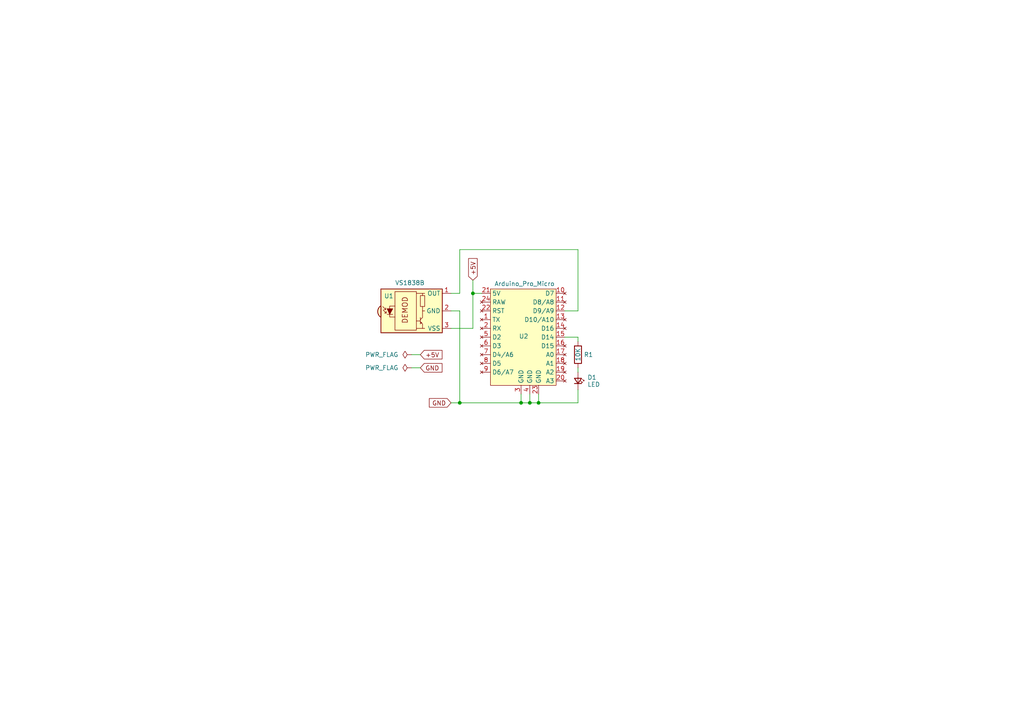
<source format=kicad_sch>
(kicad_sch (version 20250114) (generator "eeschema") (generator_version "9.0")
  (paper "A4")
  (lib_symbols
    (symbol "Custom:VS1838B"
      (property "Reference" "U1" (at -7.874 4.318 0))
      (property "Value" "VS1838B" (at -1.778 8.128 0))
      (symbol "VS1838B_0_0"
        (arc (start -10.287 -1.778) (mid -11.0899 -0.1905) (end -10.287 1.397) (stroke (width 0.254)) (fill (type background)))
        (polyline (pts (xy 1.905 5.08) (xy 0.127 5.08)))
        (polyline (pts (xy 1.905 -5.08) (xy 0.127 -5.08)))
        (text "DEMOD" (at -3.175 0.254 900) (effects (font (size 1.524 1.524))))
      )
      (symbol "VS1838B_0_1"
        (rectangle (start -10.16 6.35) (end 7.62 -6.35) (stroke (width 0.254)) (fill (type background)))
        (polyline (pts (xy -8.763 0.381) (xy -9.652 1.27)))
        (polyline (pts (xy -8.763 0.381) (xy -9.271 0.381)))
        (polyline (pts (xy -8.763 0.381) (xy -8.763 0.889)))
        (polyline (pts (xy -8.636 -0.635) (xy -9.525 0.254)))
        (polyline (pts (xy -8.636 -0.635) (xy -9.144 -0.635)))
        (polyline (pts (xy -8.636 -0.635) (xy -8.636 -0.127)))
        (polyline (pts (xy -8.382 0.635) (xy -6.731 0.635) (xy -7.62 -1.016) (xy -8.382 0.635)) (fill (type outline)))
        (polyline (pts (xy -8.382 -1.016) (xy -6.731 -1.016)))
        (rectangle (start -6.096 5.588) (end 0.127 -5.588))
        (polyline (pts (xy -6.096 1.397) (xy -7.62 1.397) (xy -7.62 -1.778) (xy -6.096 -1.778)))
        (polyline (pts (xy 1.27 -1.905) (xy 1.27 -3.81)))
        (polyline (pts (xy 1.27 -2.54) (xy 1.905 -1.905) (xy 1.905 0) (xy 2.54 0)))
        (polyline (pts (xy 1.27 -2.921) (xy 0.127 -2.921)))
        (polyline (pts (xy 1.27 -3.175) (xy 1.905 -3.81) (xy 1.905 -5.08) (xy 2.54 -5.08)))
        (polyline (pts (xy 1.397 -3.556) (xy 1.524 -3.556)))
        (polyline (pts (xy 1.651 -3.556) (xy 1.524 -3.556)))
        (polyline (pts (xy 1.651 -3.556) (xy 1.651 -3.302)))
        (polyline (pts (xy 1.905 4.445) (xy 1.905 5.08) (xy 2.54 5.08)))
        (polyline (pts (xy 1.905 0) (xy 1.905 1.27)))
        (rectangle (start 2.54 1.27) (end 1.27 4.445))
      )
      (symbol "VS1838B_1_1"
        (pin output line (at 10.16 5.08 180) (length 2.54) (name "OUT") (number "1"))
        (pin passive line (at 10.16 0 180) (length 2.54) (name "GND") (number "2"))
        (pin power_in line (at 10.16 -5.08 180) (length 2.54) (name "VSS") (number "3"))
      )
    )
    (symbol "Device:R" (pin_numbers (hide yes)) (pin_names (offset 0))
      (property "Reference" "R" (at 2.032 0 90))
      (property "Value" "R" (at 0 0 90))
      (symbol "R_0_1"
        (rectangle (start -1.016 -2.54) (end 1.016 2.54) (stroke (width 0.254)))
      )
      (symbol "R_1_1"
        (pin passive line (at 0 3.81 270) (length 1.27) (name "~") (number "1"))
        (pin passive line (at 0 -3.81 90) (length 1.27) (name "~") (number "2"))
      )
    )
    (symbol "PCM_SparkFun-Board:ProMicroC"
      (property "Reference" "U2" (at 9.652 -14.986 0))
      (property "Value" "Arduino_Pro_Micro" (at 9.906 0.254 0))
      (symbol "ProMicroC_1_1"
        (rectangle (start 0 -1.27) (end 19.05 -29.21) (fill (type background)))
        (pin power_in line (at -2.54 -2.54 0) (length 2.54) (name "5V") (number "21"))
        (pin no_connect line (at -2.54 -5.08 0) (length 2.54) (name "RAW") (number "24"))
        (pin no_connect line (at -2.54 -7.62 0) (length 2.54) (name "RST") (number "22"))
        (pin no_connect line (at -2.54 -10.16 0) (length 2.54) (name "TX") (number "1"))
        (pin no_connect line (at -2.54 -12.7 0) (length 2.54) (name "RX") (number "2"))
        (pin no_connect line (at -2.54 -15.24 0) (length 2.54) (name "D2") (number "5"))
        (pin no_connect line (at -2.54 -17.78 0) (length 2.54) (name "D3") (number "6"))
        (pin no_connect line (at -2.54 -20.32 0) (length 2.54) (name "D4/A6") (number "7"))
        (pin no_connect line (at -2.54 -22.86 0) (length 2.54) (name "D5") (number "8"))
        (pin no_connect line (at -2.54 -25.4 0) (length 2.54) (name "D6/A7") (number "9"))
        (pin passive line (at 8.89 -31.75 90) (length 2.54) (name "GND") (number "3"))
        (pin passive line (at 11.43 -31.75 90) (length 2.54) (name "GND") (number "4"))
        (pin passive line (at 13.97 -31.75 90) (length 2.54) (name "GND") (number "23"))
        (pin no_connect line (at 21.59 -2.54 180) (length 2.54) (name "D7") (number "10"))
        (pin no_connect line (at 21.59 -5.08 180) (length 2.54) (name "D8/A8") (number "11"))
        (pin input line (at 21.59 -7.62 180) (length 2.54) (name "D9/A9") (number "12"))
        (pin no_connect line (at 21.59 -10.16 180) (length 2.54) (name "D10/A10") (number "13"))
        (pin no_connect line (at 21.59 -12.7 180) (length 2.54) (name "D16") (number "14"))
        (pin input line (at 21.59 -15.24 180) (length 2.54) (name "D14") (number "15"))
        (pin no_connect line (at 21.59 -17.78 180) (length 2.54) (name "D15") (number "16"))
        (pin no_connect line (at 21.59 -20.32 180) (length 2.54) (name "A0") (number "17"))
        (pin no_connect line (at 21.59 -22.86 180) (length 2.54) (name "A1") (number "18"))
        (pin no_connect line (at 21.59 -25.4 180) (length 2.54) (name "A2") (number "19"))
        (pin no_connect line (at 21.59 -27.94 180) (length 2.54) (name "A3") (number "20"))
      )
    )
    (symbol "PCM_SparkFun-LED:LED" (pin_numbers (hide yes)) (pin_names (offset 1.016) (hide yes))
      (property "Reference" "D" (at 0 2.54 0))
      (property "Value" "LED" (at 0 -2.54 0))
      (symbol "LED_0_1"
        (polyline (pts (xy -0.762 -1.016) (xy -0.762 1.016)) (stroke (width 0.254)))
        (polyline (pts (xy 0 0.762) (xy -0.508 1.27) (xy -0.254 1.27) (xy -0.508 1.27) (xy -0.508 1.016)))
        (polyline (pts (xy 0.508 1.27) (xy 0 1.778) (xy 0.254 1.778) (xy 0 1.778) (xy 0 1.524)))
        (polyline (pts (xy 0.762 -1.016) (xy -0.762 0) (xy 0.762 1.016) (xy 0.762 -1.016)) (stroke (width 0.254)))
        (polyline (pts (xy 1.016 0) (xy -0.762 0)))
      )
      (symbol "LED_1_1"
        (pin passive line (at -2.54 0 0) (length 1.778) (name "K") (number "1"))
        (pin passive line (at 2.54 0 180) (length 1.778) (name "A") (number "2"))
      )
    )
    (symbol "power:PWR_FLAG" (power) (pin_numbers (hide yes)) (pin_names (offset 0) (hide yes))
      (property "Value" "PWR_FLAG" (at 0 3.81 0))
      (symbol "PWR_FLAG_0_0"
        (pin power_out line (at 0 0 90) (length 0) (name "~") (number "1"))
      )
      (symbol "PWR_FLAG_0_1"
        (polyline (pts (xy 0 0) (xy 0 1.27) (xy -1.016 1.905) (xy 0 2.54) (xy 1.016 1.905) (xy 0 1.27)))
      )
    )
  )
  (junction (at 151.13 116.84))
  (junction (at 133.35 116.84))
  (junction (at 153.67 116.84))
  (junction (at 137.16 85.09))
  (junction (at 156.21 116.84))
  (wire (pts (xy 151.13 114.3) (xy 151.13 116.84)))
  (wire (pts (xy 156.21 116.84) (xy 153.67 116.84)))
  (wire (pts (xy 167.64 99.06) (xy 167.64 97.79)))
  (wire (pts (xy 167.64 97.79) (xy 163.83 97.79)))
  (wire (pts (xy 167.64 72.39) (xy 167.64 90.17)))
  (wire (pts (xy 133.35 85.09) (xy 133.35 72.39)))
  (wire (pts (xy 137.16 85.09) (xy 137.16 95.25)))
  (wire (pts (xy 133.35 90.17) (xy 133.35 116.84)))
  (wire (pts (xy 130.81 116.84) (xy 133.35 116.84)))
  (wire (pts (xy 153.67 116.84) (xy 151.13 116.84)))
  (wire (pts (xy 167.64 113.03) (xy 167.64 116.84)))
  (wire (pts (xy 130.81 85.09) (xy 133.35 85.09)))
  (wire (pts (xy 167.64 106.68) (xy 167.64 107.95)))
  (wire (pts (xy 137.16 95.25) (xy 130.81 95.25)))
  (wire (pts (xy 167.64 116.84) (xy 156.21 116.84)))
  (wire (pts (xy 130.81 90.17) (xy 133.35 90.17)))
  (wire (pts (xy 119.38 102.87) (xy 121.92 102.87)))
  (wire (pts (xy 119.38 106.68) (xy 121.92 106.68)))
  (wire (pts (xy 153.67 114.3) (xy 153.67 116.84)))
  (wire (pts (xy 133.35 116.84) (xy 151.13 116.84)))
  (wire (pts (xy 167.64 90.17) (xy 163.83 90.17)))
  (wire (pts (xy 156.21 114.3) (xy 156.21 116.84)))
  (wire (pts (xy 133.35 72.39) (xy 167.64 72.39)))
  (wire (pts (xy 137.16 85.09) (xy 139.7 85.09)))
  (wire (pts (xy 137.16 81.28) (xy 137.16 85.09)))
  (global_label "+5V" (shape input) (at 137.16 81.28 90) (property "Intersheetrefs" "${INTERSHEET_REFS}" (effects (hide yes))))
  (global_label "+5V" (shape input) (at 121.92 102.87 0) (property "Intersheetrefs" "${INTERSHEET_REFS}" (effects (hide yes))))
  (global_label "GND" (shape input) (at 130.81 116.84 180) (property "Intersheetrefs" "${INTERSHEET_REFS}" (effects (hide yes))))
  (global_label "GND" (shape input) (at 121.92 106.68 0) (property "Intersheetrefs" "${INTERSHEET_REFS}" (effects (hide yes))))
  (symbol (lib_id "PCM_SparkFun-Board:ProMicroC") (at 142.24 82.55 0) (unit 1)
    (property "Reference" "U2" (at 151.892 97.536 0))
    (property "Value" "Arduino_Pro_Micro" (at 152.146 82.296 0))
    (property "Footprint" "Custom:Arduino_Pro_Micro" (effects (hide yes)))
    (property "Datasheet" "https://www.sparkfun.com/products/15795" (effects (hide yes)))
  )
  (symbol (lib_id "Device:R") (at 167.64 102.87 0) (unit 1)
    (property "Reference" "R1" (at 170.688 102.87 0))
    (property "Value" "10K" (at 167.64 102.87 90))
    (property "Footprint" "Resistor_THT:R_Axial_DIN0204_L3.6mm_D1.6mm_P5.08mm_Horizontal" (effects (hide yes)))
  )
  (symbol (lib_id "power:PWR_FLAG") (at 119.38 102.87 90) (unit 1)
    (property "Reference" "#FLG01" (effects (hide yes)))
    (property "Value" "PWR_FLAG" (at 115.57 102.8699 90) (effects (justify left)))
    (property "Description" "Special symbol for telling ERC where power comes from" (effects (hide yes)))
  )
  (symbol (lib_id "PCM_SparkFun-LED:LED") (at 167.64 110.49 270) (mirror x) (unit 1)
    (property "Reference" "D1" (at 171.704 109.474 90))
    (property "Value" "LED" (at 172.212 111.506 90))
    (property "Footprint" "LED_THT:LED_D3.0mm" (effects (hide yes)))
    (property "Description" "Light emitting diode" (effects (hide yes)))
    (property "PROD_ID" "LED-" (effects (hide yes)))
  )
  (symbol (lib_id "Custom:VS1838B") (at 120.65 90.17 0) (unit 1)
    (property "Reference" "U1" (at 112.776 85.852 0))
    (property "Value" "VS1838B" (at 118.872 82.042 0))
    (property "Footprint" "OptoDevice:Vishay_MINICAST-3Pin" (effects (hide yes)))
  )
  (symbol (lib_id "power:PWR_FLAG") (at 119.38 106.68 90) (unit 1)
    (property "Reference" "#FLG02" (effects (hide yes)))
    (property "Value" "PWR_FLAG" (at 115.57 106.6799 90) (effects (justify left)))
    (property "Description" "Special symbol for telling ERC where power comes from" (effects (hide yes)))
  )
)
</source>
